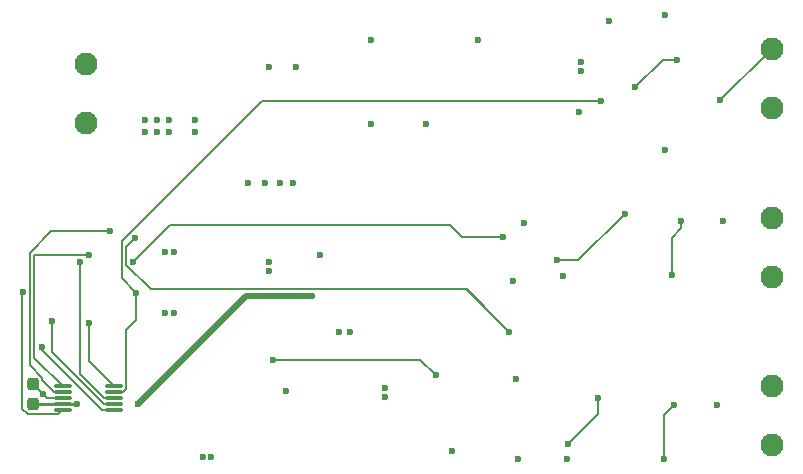
<source format=gbr>
%TF.GenerationSoftware,KiCad,Pcbnew,8.0.6*%
%TF.CreationDate,2024-11-16T21:14:38-08:00*%
%TF.ProjectId,CAN_adc,43414e5f-6164-4632-9e6b-696361645f70,rev?*%
%TF.SameCoordinates,Original*%
%TF.FileFunction,Copper,L4,Bot*%
%TF.FilePolarity,Positive*%
%FSLAX46Y46*%
G04 Gerber Fmt 4.6, Leading zero omitted, Abs format (unit mm)*
G04 Created by KiCad (PCBNEW 8.0.6) date 2024-11-16 21:14:38*
%MOMM*%
%LPD*%
G01*
G04 APERTURE LIST*
G04 Aperture macros list*
%AMRoundRect*
0 Rectangle with rounded corners*
0 $1 Rounding radius*
0 $2 $3 $4 $5 $6 $7 $8 $9 X,Y pos of 4 corners*
0 Add a 4 corners polygon primitive as box body*
4,1,4,$2,$3,$4,$5,$6,$7,$8,$9,$2,$3,0*
0 Add four circle primitives for the rounded corners*
1,1,$1+$1,$2,$3*
1,1,$1+$1,$4,$5*
1,1,$1+$1,$6,$7*
1,1,$1+$1,$8,$9*
0 Add four rect primitives between the rounded corners*
20,1,$1+$1,$2,$3,$4,$5,0*
20,1,$1+$1,$4,$5,$6,$7,0*
20,1,$1+$1,$6,$7,$8,$9,0*
20,1,$1+$1,$8,$9,$2,$3,0*%
G04 Aperture macros list end*
%TA.AperFunction,SMDPad,CuDef*%
%ADD10RoundRect,0.035000X-0.700000X-0.105000X0.700000X-0.105000X0.700000X0.105000X-0.700000X0.105000X0*%
%TD*%
%TA.AperFunction,ComponentPad*%
%ADD11C,1.950000*%
%TD*%
%TA.AperFunction,SMDPad,CuDef*%
%ADD12RoundRect,0.237500X0.237500X-0.300000X0.237500X0.300000X-0.237500X0.300000X-0.237500X-0.300000X0*%
%TD*%
%TA.AperFunction,ViaPad*%
%ADD13C,0.600000*%
%TD*%
%TA.AperFunction,Conductor*%
%ADD14C,0.200000*%
%TD*%
%TA.AperFunction,Conductor*%
%ADD15C,0.254000*%
%TD*%
%TA.AperFunction,Conductor*%
%ADD16C,0.508000*%
%TD*%
G04 APERTURE END LIST*
D10*
%TO.P,U8,1,~{CS}*%
%TO.N,/CSn*%
X75020000Y-87500000D03*
%TO.P,U8,2,VA*%
%TO.N,/3V3*%
X75020000Y-87000000D03*
%TO.P,U8,3,GND*%
%TO.N,GND*%
X75020000Y-86500000D03*
%TO.P,U8,4,IN4*%
%TO.N,/IN4*%
X75020000Y-86000000D03*
%TO.P,U8,5,IN3*%
%TO.N,/IN3*%
X75020000Y-85500000D03*
%TO.P,U8,6,IN2*%
%TO.N,/IN2*%
X79320000Y-85500000D03*
%TO.P,U8,7,IN1*%
%TO.N,/IN1*%
X79320000Y-86000000D03*
%TO.P,U8,8,DIN*%
%TO.N,/DIN*%
X79320000Y-86500000D03*
%TO.P,U8,9,DOUT*%
%TO.N,/DOUT*%
X79320000Y-87000000D03*
%TO.P,U8,10,SCLK*%
%TO.N,/SCLK*%
X79320000Y-87500000D03*
%TD*%
D11*
%TO.P,J4,1*%
%TO.N,GND*%
X135100000Y-90500000D03*
%TO.P,J4,2*%
%TO.N,/Analog_input1/IN+*%
X135100000Y-85500000D03*
%TD*%
%TO.P,J3,2*%
%TO.N,/Analog_input/IN+*%
X135100000Y-71250000D03*
%TO.P,J3,1*%
%TO.N,GND*%
X135100000Y-76250000D03*
%TD*%
%TO.P,J2,2*%
%TO.N,/Thermocouple_conditioning/IN-*%
X135100000Y-57000000D03*
%TO.P,J2,1*%
%TO.N,/Thermocouple_conditioning/IN+*%
X135100000Y-62000000D03*
%TD*%
%TO.P,J1,2*%
%TO.N,GND*%
X77000000Y-63200000D03*
%TO.P,J1,1*%
%TO.N,/Input_Power/V_IN*%
X77000000Y-58200000D03*
%TD*%
D12*
%TO.P,C11,1*%
%TO.N,/3V3*%
X72500000Y-87062500D03*
%TO.P,C11,2*%
%TO.N,GND*%
X72500000Y-85337500D03*
%TD*%
D13*
%TO.N,GND*%
X87600000Y-91500000D03*
X86900000Y-91500000D03*
X99300000Y-80900000D03*
X98400000Y-80900000D03*
%TO.N,/IN4*%
X79000000Y-72400000D03*
%TO.N,/CSn*%
X71620134Y-77570000D03*
%TO.N,/IN3*%
X77200000Y-74400000D03*
%TO.N,/DOUT*%
X74100000Y-80000000D03*
%TO.N,/SCLK*%
X73220134Y-82179866D03*
%TO.N,/IN2*%
X77200000Y-80200000D03*
%TO.N,/DIN*%
X76500000Y-75000000D03*
%TO.N,/IN1*%
X81200000Y-77600000D03*
X120600000Y-61400000D03*
%TO.N,/IN4*%
X81100000Y-73000000D03*
%TO.N,/IN3*%
X81000000Y-75000000D03*
%TO.N,GND*%
X73331250Y-86168750D03*
%TO.N,/3V3*%
X76200000Y-87000000D03*
X81400000Y-87000000D03*
X96100000Y-77900000D03*
%TO.N,/5V*%
X117400000Y-76200000D03*
%TO.N,/IN4*%
X112800000Y-80900000D03*
%TO.N,/IN3*%
X112300000Y-72900000D03*
%TO.N,GND*%
X114100000Y-71700000D03*
X113100000Y-76600000D03*
%TO.N,Net-(R30-Pad2)*%
X127400000Y-71500000D03*
X126565000Y-76135000D03*
%TO.N,GND*%
X130900000Y-71500000D03*
%TO.N,Net-(R26-Pad1)*%
X116900000Y-74865000D03*
X122600000Y-70900000D03*
%TO.N,Net-(R22-Pad2)*%
X117750000Y-90450000D03*
X120300000Y-86500000D03*
%TO.N,GND*%
X113400000Y-84900000D03*
X113600000Y-91700000D03*
%TO.N,/5V*%
X117700000Y-91700000D03*
%TO.N,Net-(R20-Pad2)*%
X126725000Y-87100000D03*
X125900000Y-91700000D03*
%TO.N,/Thermocouple_conditioning/IN-*%
X130700000Y-61300000D03*
%TO.N,GND*%
X130400000Y-87100000D03*
%TO.N,/5V*%
X118900000Y-58100000D03*
X118900000Y-58800000D03*
%TO.N,GND*%
X118700000Y-62300000D03*
%TO.N,Net-(C8-Pad2)*%
X127037500Y-57900000D03*
X123500000Y-60200000D03*
%TO.N,GND*%
X126000000Y-65500000D03*
X126000000Y-54100000D03*
X121300000Y-54600000D03*
X110200000Y-56200000D03*
X108000000Y-91000000D03*
%TO.N,/Input_Power/N5V_FB*%
X92800000Y-83300000D03*
X106600000Y-84600000D03*
%TO.N,GND*%
X102300000Y-86400000D03*
X102300000Y-85700000D03*
X93900000Y-85900000D03*
%TO.N,/5V*%
X83700000Y-79300000D03*
X84400000Y-79300000D03*
%TO.N,GND*%
X105800000Y-63300000D03*
X92500000Y-75000000D03*
X92500000Y-75800000D03*
%TO.N,/5V*%
X83700000Y-74200000D03*
X84400000Y-74200000D03*
%TO.N,GND*%
X96800000Y-74400000D03*
%TO.N,/5V*%
X101100000Y-56187500D03*
X90700000Y-68300000D03*
X92100000Y-68300000D03*
X94500000Y-68300000D03*
X93400000Y-68300000D03*
%TO.N,GND*%
X101100000Y-63325000D03*
X86200000Y-63000000D03*
X86200000Y-64000000D03*
X94800000Y-58500000D03*
X92450000Y-58500000D03*
X82000000Y-64000000D03*
X83000000Y-64000000D03*
X84000000Y-64000000D03*
X84000000Y-63000000D03*
X83000000Y-63000000D03*
X82000000Y-63000000D03*
%TD*%
D14*
%TO.N,Net-(C8-Pad2)*%
X125800000Y-57900000D02*
X123500000Y-60200000D01*
X127037500Y-57900000D02*
X125800000Y-57900000D01*
D15*
%TO.N,/3V3*%
X75020000Y-87000000D02*
X76200000Y-87000000D01*
D14*
%TO.N,GND*%
X73331250Y-86168750D02*
X72500000Y-85337500D01*
X73662500Y-86500000D02*
X75020000Y-86500000D01*
X73331250Y-86168750D02*
X73662500Y-86500000D01*
%TO.N,/IN4*%
X112800000Y-80900000D02*
X109250000Y-77350000D01*
%TO.N,/CSn*%
X74620000Y-87900000D02*
X75020000Y-87500000D01*
X72033278Y-87900000D02*
X74620000Y-87900000D01*
X71600000Y-87466722D02*
X72033278Y-87900000D01*
X71620134Y-77570000D02*
X71600000Y-77590134D01*
X71600000Y-77590134D02*
X71600000Y-87466722D01*
%TO.N,/IN4*%
X74054449Y-72400000D02*
X79000000Y-72400000D01*
X72220134Y-83753412D02*
X72220134Y-74234315D01*
X73275000Y-85034732D02*
X73275000Y-84808278D01*
X72220134Y-74234315D02*
X74054449Y-72400000D01*
X74240268Y-86000000D02*
X73275000Y-85034732D01*
X73275000Y-84808278D02*
X72220134Y-83753412D01*
X75020000Y-86000000D02*
X74240268Y-86000000D01*
%TO.N,/IN3*%
X72620134Y-83100134D02*
X72620134Y-74400000D01*
X72620134Y-74400000D02*
X77200000Y-74400000D01*
X75020000Y-85500000D02*
X72620134Y-83100134D01*
%TO.N,/DOUT*%
X74100000Y-82625418D02*
X74100000Y-80000000D01*
X78474582Y-87000000D02*
X74100000Y-82625418D01*
X79320000Y-87000000D02*
X78474582Y-87000000D01*
%TO.N,/SCLK*%
X78300000Y-87500000D02*
X79320000Y-87500000D01*
X73220134Y-82179866D02*
X73220134Y-82420134D01*
X73220134Y-82420134D02*
X78300000Y-87500000D01*
%TO.N,/IN1*%
X80000000Y-73251471D02*
X91851471Y-61400000D01*
X91851471Y-61400000D02*
X120600000Y-61400000D01*
X81200000Y-77600000D02*
X80000000Y-76400000D01*
X80099732Y-86000000D02*
X79320000Y-86000000D01*
X80000000Y-76400000D02*
X80000000Y-73251471D01*
X80355000Y-85744732D02*
X80099732Y-86000000D01*
X80355000Y-80755000D02*
X80355000Y-85744732D01*
X81200000Y-77600000D02*
X81200000Y-79910000D01*
X81200000Y-79910000D02*
X80355000Y-80755000D01*
%TO.N,/IN2*%
X77200000Y-83380000D02*
X77200000Y-80200000D01*
X79320000Y-85500000D02*
X77200000Y-83380000D01*
%TO.N,/DIN*%
X76500000Y-84459732D02*
X76500000Y-75000000D01*
X78540268Y-86500000D02*
X76500000Y-84459732D01*
X79320000Y-86500000D02*
X78540268Y-86500000D01*
%TO.N,/IN4*%
X109200000Y-77300000D02*
X112800000Y-80900000D01*
X80400000Y-75248529D02*
X82451471Y-77300000D01*
X82451471Y-77300000D02*
X109200000Y-77300000D01*
X80400000Y-73700000D02*
X80400000Y-75248529D01*
X81100000Y-73000000D02*
X80400000Y-73700000D01*
%TO.N,/IN3*%
X84100000Y-71900000D02*
X81000000Y-75000000D01*
X107800000Y-71900000D02*
X84100000Y-71900000D01*
D16*
%TO.N,/3V3*%
X82050000Y-86350000D02*
X81400000Y-87000000D01*
X90500000Y-77900000D02*
X82050000Y-86350000D01*
D15*
X72562500Y-87000000D02*
X75020000Y-87000000D01*
D14*
X72500000Y-87062500D02*
X72562500Y-87000000D01*
D16*
X96100000Y-77900000D02*
X90500000Y-77900000D01*
D14*
%TO.N,/IN3*%
X108800000Y-72900000D02*
X107800000Y-71900000D01*
X112300000Y-72900000D02*
X108800000Y-72900000D01*
%TO.N,Net-(R30-Pad2)*%
X126565000Y-72935000D02*
X126565000Y-76135000D01*
X127400000Y-71500000D02*
X127400000Y-72100000D01*
X127400000Y-72100000D02*
X126565000Y-72935000D01*
%TO.N,Net-(R26-Pad1)*%
X118635000Y-74865000D02*
X122600000Y-70900000D01*
X116900000Y-74865000D02*
X118635000Y-74865000D01*
%TO.N,Net-(R22-Pad2)*%
X120300000Y-87900000D02*
X120300000Y-86500000D01*
X117750000Y-90450000D02*
X120300000Y-87900000D01*
%TO.N,GND*%
X135100000Y-90500000D02*
X135100000Y-89900000D01*
%TO.N,Net-(R20-Pad2)*%
X125900000Y-87925000D02*
X126725000Y-87100000D01*
X125900000Y-91700000D02*
X125900000Y-87925000D01*
%TO.N,/Thermocouple_conditioning/IN-*%
X134900000Y-57100000D02*
X130700000Y-61300000D01*
X135000000Y-57100000D02*
X134900000Y-57100000D01*
X135100000Y-57000000D02*
X135000000Y-57100000D01*
X135100000Y-57000000D02*
X135150000Y-56950000D01*
%TO.N,/Input_Power/N5V_FB*%
X105300000Y-83300000D02*
X106600000Y-84600000D01*
X92800000Y-83300000D02*
X105300000Y-83300000D01*
%TD*%
M02*

</source>
